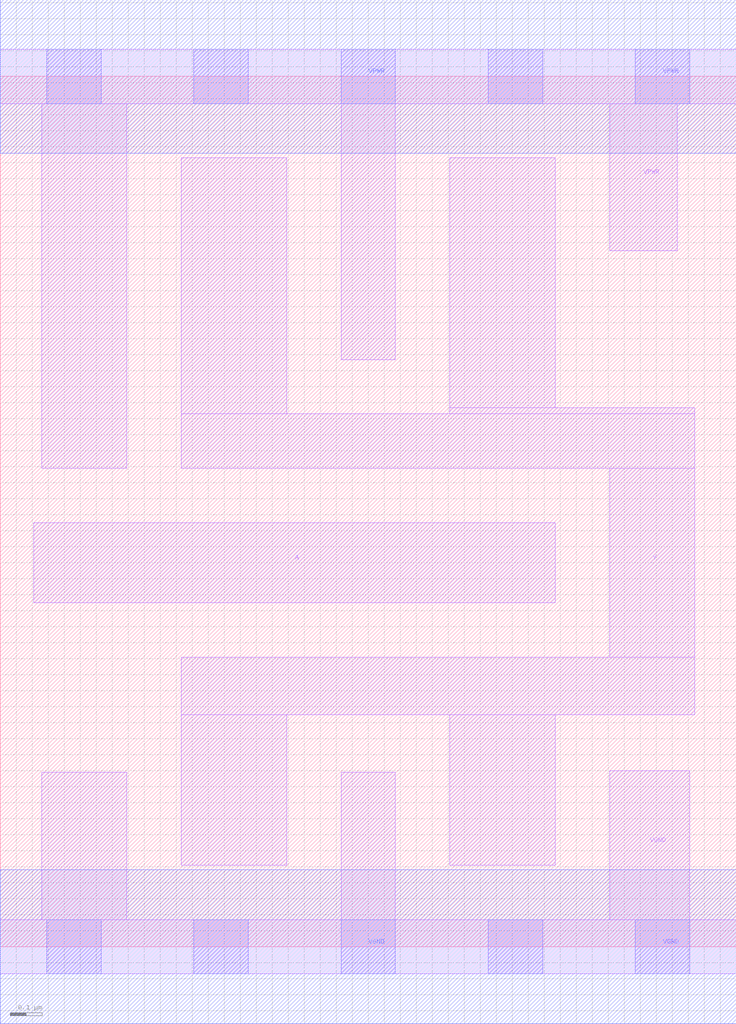
<source format=lef>
# Copyright 2020 The SkyWater PDK Authors
#
# Licensed under the Apache License, Version 2.0 (the "License");
# you may not use this file except in compliance with the License.
# You may obtain a copy of the License at
#
#     https://www.apache.org/licenses/LICENSE-2.0
#
# Unless required by applicable law or agreed to in writing, software
# distributed under the License is distributed on an "AS IS" BASIS,
# WITHOUT WARRANTIES OR CONDITIONS OF ANY KIND, either express or implied.
# See the License for the specific language governing permissions and
# limitations under the License.
#
# SPDX-License-Identifier: Apache-2.0

VERSION 5.7 ;
  NAMESCASESENSITIVE ON ;
  NOWIREEXTENSIONATPIN ON ;
  DIVIDERCHAR "/" ;
  BUSBITCHARS "[]" ;
UNITS
  DATABASE MICRONS 200 ;
END UNITS
MACRO sky130_fd_sc_hd__inv_4
  CLASS CORE ;
  SOURCE USER ;
  FOREIGN sky130_fd_sc_hd__inv_4 ;
  ORIGIN  0.000000  0.000000 ;
  SIZE  2.300000 BY  2.720000 ;
  SYMMETRY X Y R90 ;
  SITE unithd ;
  PIN A
    ANTENNAGATEAREA  0.990000 ;
    DIRECTION INPUT ;
    USE SIGNAL ;
    PORT
      LAYER li1 ;
        RECT 0.105000 1.075000 1.735000 1.325000 ;
    END
  END A
  PIN Y
    ANTENNADIFFAREA  0.891000 ;
    DIRECTION OUTPUT ;
    USE SIGNAL ;
    PORT
      LAYER li1 ;
        RECT 0.565000 0.255000 0.895000 0.725000 ;
        RECT 0.565000 0.725000 2.170000 0.905000 ;
        RECT 0.565000 1.495000 2.170000 1.665000 ;
        RECT 0.565000 1.665000 0.895000 2.465000 ;
        RECT 1.405000 0.255000 1.735000 0.725000 ;
        RECT 1.405000 1.665000 2.170000 1.685000 ;
        RECT 1.405000 1.685000 1.735000 2.465000 ;
        RECT 1.905000 0.905000 2.170000 1.495000 ;
    END
  END Y
  PIN VGND
    DIRECTION INOUT ;
    SHAPE ABUTMENT ;
    USE GROUND ;
    PORT
      LAYER li1 ;
        RECT 0.000000 -0.085000 2.300000 0.085000 ;
        RECT 0.130000  0.085000 0.395000 0.545000 ;
        RECT 1.065000  0.085000 1.235000 0.545000 ;
        RECT 1.905000  0.085000 2.155000 0.550000 ;
      LAYER mcon ;
        RECT 0.145000 -0.085000 0.315000 0.085000 ;
        RECT 0.605000 -0.085000 0.775000 0.085000 ;
        RECT 1.065000 -0.085000 1.235000 0.085000 ;
        RECT 1.525000 -0.085000 1.695000 0.085000 ;
        RECT 1.985000 -0.085000 2.155000 0.085000 ;
      LAYER met1 ;
        RECT 0.000000 -0.240000 2.300000 0.240000 ;
    END
  END VGND
  PIN VPWR
    DIRECTION INOUT ;
    SHAPE ABUTMENT ;
    USE POWER ;
    PORT
      LAYER li1 ;
        RECT 0.000000 2.635000 2.300000 2.805000 ;
        RECT 0.130000 1.495000 0.395000 2.635000 ;
        RECT 1.065000 1.835000 1.235000 2.635000 ;
        RECT 1.905000 2.175000 2.115000 2.635000 ;
      LAYER mcon ;
        RECT 0.145000 2.635000 0.315000 2.805000 ;
        RECT 0.605000 2.635000 0.775000 2.805000 ;
        RECT 1.065000 2.635000 1.235000 2.805000 ;
        RECT 1.525000 2.635000 1.695000 2.805000 ;
        RECT 1.985000 2.635000 2.155000 2.805000 ;
      LAYER met1 ;
        RECT 0.000000 2.480000 2.300000 2.960000 ;
    END
  END VPWR
END sky130_fd_sc_hd__inv_4

</source>
